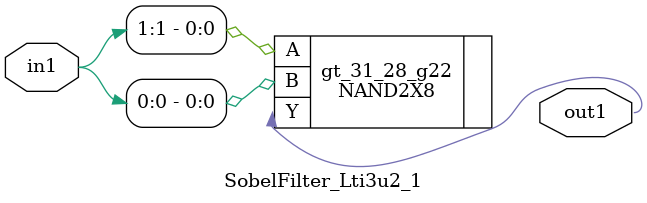
<source format=v>
`timescale 1ps / 1ps


module SobelFilter_Lti3u2_1(in1, out1);
  input [1:0] in1;
  output out1;
  wire [1:0] in1;
  wire out1;
  NAND2X8 gt_31_28_g22(.A (in1[1]), .B (in1[0]), .Y (out1));
endmodule


</source>
